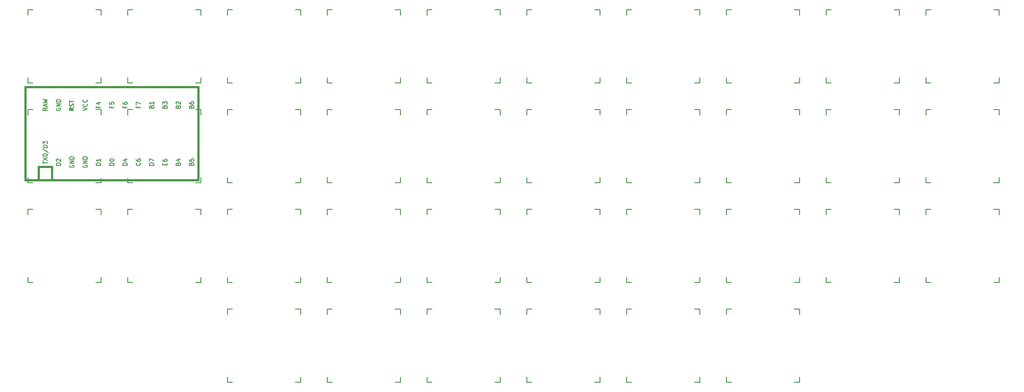
<source format=gto>
%TF.GenerationSoftware,KiCad,Pcbnew,(5.1.12-1-10_14)*%
%TF.CreationDate,2022-02-07T22:24:56-07:00*%
%TF.ProjectId,youwu36,796f7577-7533-4362-9e6b-696361645f70,rev?*%
%TF.SameCoordinates,Original*%
%TF.FileFunction,Legend,Top*%
%TF.FilePolarity,Positive*%
%FSLAX46Y46*%
G04 Gerber Fmt 4.6, Leading zero omitted, Abs format (unit mm)*
G04 Created by KiCad (PCBNEW (5.1.12-1-10_14)) date 2022-02-07 22:24:56*
%MOMM*%
%LPD*%
G01*
G04 APERTURE LIST*
%ADD10C,0.150000*%
%ADD11C,0.381000*%
%ADD12C,2.600000*%
%ADD13C,2.101800*%
%ADD14C,4.387800*%
%ADD15C,3.400000*%
%ADD16C,2.152600*%
G04 APERTURE END LIST*
D10*
%TO.C,SW23*%
X136900000Y-22318750D02*
X136900000Y-21318750D01*
X136900000Y-35318750D02*
X137900000Y-35318750D01*
X137900000Y-21318750D02*
X136900000Y-21318750D01*
X136900000Y-35318750D02*
X136900000Y-34318750D01*
X150900000Y-34318750D02*
X150900000Y-35318750D01*
X150900000Y-21318750D02*
X149900000Y-21318750D01*
X149900000Y-35318750D02*
X150900000Y-35318750D01*
X150900000Y-21318750D02*
X150900000Y-22318750D01*
%TO.C,SW36*%
X194050000Y-60418750D02*
X194050000Y-59418750D01*
X194050000Y-73418750D02*
X195050000Y-73418750D01*
X195050000Y-59418750D02*
X194050000Y-59418750D01*
X194050000Y-73418750D02*
X194050000Y-72418750D01*
X208050000Y-72418750D02*
X208050000Y-73418750D01*
X208050000Y-59418750D02*
X207050000Y-59418750D01*
X207050000Y-73418750D02*
X208050000Y-73418750D01*
X208050000Y-59418750D02*
X208050000Y-60418750D01*
%TO.C,SW35*%
X194050000Y-41368750D02*
X194050000Y-40368750D01*
X194050000Y-54368750D02*
X195050000Y-54368750D01*
X195050000Y-40368750D02*
X194050000Y-40368750D01*
X194050000Y-54368750D02*
X194050000Y-53368750D01*
X208050000Y-53368750D02*
X208050000Y-54368750D01*
X208050000Y-40368750D02*
X207050000Y-40368750D01*
X207050000Y-54368750D02*
X208050000Y-54368750D01*
X208050000Y-40368750D02*
X208050000Y-41368750D01*
%TO.C,SW24*%
X136900000Y-41368750D02*
X136900000Y-40368750D01*
X136900000Y-54368750D02*
X137900000Y-54368750D01*
X137900000Y-40368750D02*
X136900000Y-40368750D01*
X136900000Y-54368750D02*
X136900000Y-53368750D01*
X150900000Y-53368750D02*
X150900000Y-54368750D01*
X150900000Y-40368750D02*
X149900000Y-40368750D01*
X149900000Y-54368750D02*
X150900000Y-54368750D01*
X150900000Y-40368750D02*
X150900000Y-41368750D01*
%TO.C,SW25*%
X136900000Y-60418750D02*
X136900000Y-59418750D01*
X136900000Y-73418750D02*
X137900000Y-73418750D01*
X137900000Y-59418750D02*
X136900000Y-59418750D01*
X136900000Y-73418750D02*
X136900000Y-72418750D01*
X150900000Y-72418750D02*
X150900000Y-73418750D01*
X150900000Y-59418750D02*
X149900000Y-59418750D01*
X149900000Y-73418750D02*
X150900000Y-73418750D01*
X150900000Y-59418750D02*
X150900000Y-60418750D01*
%TO.C,SW26*%
X136900000Y-79468750D02*
X136900000Y-78468750D01*
X136900000Y-92468750D02*
X137900000Y-92468750D01*
X137900000Y-78468750D02*
X136900000Y-78468750D01*
X136900000Y-92468750D02*
X136900000Y-91468750D01*
X150900000Y-91468750D02*
X150900000Y-92468750D01*
X150900000Y-78468750D02*
X149900000Y-78468750D01*
X149900000Y-92468750D02*
X150900000Y-92468750D01*
X150900000Y-78468750D02*
X150900000Y-79468750D01*
%TO.C,SW27*%
X155950000Y-22318750D02*
X155950000Y-21318750D01*
X155950000Y-35318750D02*
X156950000Y-35318750D01*
X156950000Y-21318750D02*
X155950000Y-21318750D01*
X155950000Y-35318750D02*
X155950000Y-34318750D01*
X169950000Y-34318750D02*
X169950000Y-35318750D01*
X169950000Y-21318750D02*
X168950000Y-21318750D01*
X168950000Y-35318750D02*
X169950000Y-35318750D01*
X169950000Y-21318750D02*
X169950000Y-22318750D01*
%TO.C,SW28*%
X155950000Y-41368750D02*
X155950000Y-40368750D01*
X155950000Y-54368750D02*
X156950000Y-54368750D01*
X156950000Y-40368750D02*
X155950000Y-40368750D01*
X155950000Y-54368750D02*
X155950000Y-53368750D01*
X169950000Y-53368750D02*
X169950000Y-54368750D01*
X169950000Y-40368750D02*
X168950000Y-40368750D01*
X168950000Y-54368750D02*
X169950000Y-54368750D01*
X169950000Y-40368750D02*
X169950000Y-41368750D01*
%TO.C,SW29*%
X155950000Y-60418750D02*
X155950000Y-59418750D01*
X155950000Y-73418750D02*
X156950000Y-73418750D01*
X156950000Y-59418750D02*
X155950000Y-59418750D01*
X155950000Y-73418750D02*
X155950000Y-72418750D01*
X169950000Y-72418750D02*
X169950000Y-73418750D01*
X169950000Y-59418750D02*
X168950000Y-59418750D01*
X168950000Y-73418750D02*
X169950000Y-73418750D01*
X169950000Y-59418750D02*
X169950000Y-60418750D01*
%TO.C,SW30*%
X155950000Y-79468750D02*
X155950000Y-78468750D01*
X155950000Y-92468750D02*
X156950000Y-92468750D01*
X156950000Y-78468750D02*
X155950000Y-78468750D01*
X155950000Y-92468750D02*
X155950000Y-91468750D01*
X169950000Y-91468750D02*
X169950000Y-92468750D01*
X169950000Y-78468750D02*
X168950000Y-78468750D01*
X168950000Y-92468750D02*
X169950000Y-92468750D01*
X169950000Y-78468750D02*
X169950000Y-79468750D01*
%TO.C,SW31*%
X175000000Y-22318750D02*
X175000000Y-21318750D01*
X175000000Y-35318750D02*
X176000000Y-35318750D01*
X176000000Y-21318750D02*
X175000000Y-21318750D01*
X175000000Y-35318750D02*
X175000000Y-34318750D01*
X189000000Y-34318750D02*
X189000000Y-35318750D01*
X189000000Y-21318750D02*
X188000000Y-21318750D01*
X188000000Y-35318750D02*
X189000000Y-35318750D01*
X189000000Y-21318750D02*
X189000000Y-22318750D01*
%TO.C,SW32*%
X175000000Y-41368750D02*
X175000000Y-40368750D01*
X175000000Y-54368750D02*
X176000000Y-54368750D01*
X176000000Y-40368750D02*
X175000000Y-40368750D01*
X175000000Y-54368750D02*
X175000000Y-53368750D01*
X189000000Y-53368750D02*
X189000000Y-54368750D01*
X189000000Y-40368750D02*
X188000000Y-40368750D01*
X188000000Y-54368750D02*
X189000000Y-54368750D01*
X189000000Y-40368750D02*
X189000000Y-41368750D01*
%TO.C,SW33*%
X175000000Y-60418750D02*
X175000000Y-59418750D01*
X175000000Y-73418750D02*
X176000000Y-73418750D01*
X176000000Y-59418750D02*
X175000000Y-59418750D01*
X175000000Y-73418750D02*
X175000000Y-72418750D01*
X189000000Y-72418750D02*
X189000000Y-73418750D01*
X189000000Y-59418750D02*
X188000000Y-59418750D01*
X188000000Y-73418750D02*
X189000000Y-73418750D01*
X189000000Y-59418750D02*
X189000000Y-60418750D01*
%TO.C,SW34*%
X194050000Y-22318750D02*
X194050000Y-21318750D01*
X194050000Y-35318750D02*
X195050000Y-35318750D01*
X195050000Y-21318750D02*
X194050000Y-21318750D01*
X194050000Y-35318750D02*
X194050000Y-34318750D01*
X208050000Y-34318750D02*
X208050000Y-35318750D01*
X208050000Y-21318750D02*
X207050000Y-21318750D01*
X207050000Y-35318750D02*
X208050000Y-35318750D01*
X208050000Y-21318750D02*
X208050000Y-22318750D01*
%TO.C,SW22*%
X117850000Y-79468750D02*
X117850000Y-78468750D01*
X117850000Y-92468750D02*
X118850000Y-92468750D01*
X118850000Y-78468750D02*
X117850000Y-78468750D01*
X117850000Y-92468750D02*
X117850000Y-91468750D01*
X131850000Y-91468750D02*
X131850000Y-92468750D01*
X131850000Y-78468750D02*
X130850000Y-78468750D01*
X130850000Y-92468750D02*
X131850000Y-92468750D01*
X131850000Y-78468750D02*
X131850000Y-79468750D01*
%TO.C,SW18*%
X98800000Y-79468750D02*
X98800000Y-78468750D01*
X98800000Y-92468750D02*
X99800000Y-92468750D01*
X99800000Y-78468750D02*
X98800000Y-78468750D01*
X98800000Y-92468750D02*
X98800000Y-91468750D01*
X112800000Y-91468750D02*
X112800000Y-92468750D01*
X112800000Y-78468750D02*
X111800000Y-78468750D01*
X111800000Y-92468750D02*
X112800000Y-92468750D01*
X112800000Y-78468750D02*
X112800000Y-79468750D01*
%TO.C,SW15*%
X98800000Y-22318750D02*
X98800000Y-21318750D01*
X98800000Y-35318750D02*
X99800000Y-35318750D01*
X99800000Y-21318750D02*
X98800000Y-21318750D01*
X98800000Y-35318750D02*
X98800000Y-34318750D01*
X112800000Y-34318750D02*
X112800000Y-35318750D01*
X112800000Y-21318750D02*
X111800000Y-21318750D01*
X111800000Y-35318750D02*
X112800000Y-35318750D01*
X112800000Y-21318750D02*
X112800000Y-22318750D01*
%TO.C,SW13*%
X79750000Y-60418750D02*
X79750000Y-59418750D01*
X79750000Y-73418750D02*
X80750000Y-73418750D01*
X80750000Y-59418750D02*
X79750000Y-59418750D01*
X79750000Y-73418750D02*
X79750000Y-72418750D01*
X93750000Y-72418750D02*
X93750000Y-73418750D01*
X93750000Y-59418750D02*
X92750000Y-59418750D01*
X92750000Y-73418750D02*
X93750000Y-73418750D01*
X93750000Y-59418750D02*
X93750000Y-60418750D01*
%TO.C,SW11*%
X79750000Y-22318750D02*
X79750000Y-21318750D01*
X79750000Y-35318750D02*
X80750000Y-35318750D01*
X80750000Y-21318750D02*
X79750000Y-21318750D01*
X79750000Y-35318750D02*
X79750000Y-34318750D01*
X93750000Y-34318750D02*
X93750000Y-35318750D01*
X93750000Y-21318750D02*
X92750000Y-21318750D01*
X92750000Y-35318750D02*
X93750000Y-35318750D01*
X93750000Y-21318750D02*
X93750000Y-22318750D01*
%TO.C,SW14*%
X79750000Y-79468750D02*
X79750000Y-78468750D01*
X79750000Y-92468750D02*
X80750000Y-92468750D01*
X80750000Y-78468750D02*
X79750000Y-78468750D01*
X79750000Y-92468750D02*
X79750000Y-91468750D01*
X93750000Y-91468750D02*
X93750000Y-92468750D01*
X93750000Y-78468750D02*
X92750000Y-78468750D01*
X92750000Y-92468750D02*
X93750000Y-92468750D01*
X93750000Y-78468750D02*
X93750000Y-79468750D01*
%TO.C,SW17*%
X98800000Y-60418750D02*
X98800000Y-59418750D01*
X98800000Y-73418750D02*
X99800000Y-73418750D01*
X99800000Y-59418750D02*
X98800000Y-59418750D01*
X98800000Y-73418750D02*
X98800000Y-72418750D01*
X112800000Y-72418750D02*
X112800000Y-73418750D01*
X112800000Y-59418750D02*
X111800000Y-59418750D01*
X111800000Y-73418750D02*
X112800000Y-73418750D01*
X112800000Y-59418750D02*
X112800000Y-60418750D01*
%TO.C,SW12*%
X79750000Y-41368750D02*
X79750000Y-40368750D01*
X79750000Y-54368750D02*
X80750000Y-54368750D01*
X80750000Y-40368750D02*
X79750000Y-40368750D01*
X79750000Y-54368750D02*
X79750000Y-53368750D01*
X93750000Y-53368750D02*
X93750000Y-54368750D01*
X93750000Y-40368750D02*
X92750000Y-40368750D01*
X92750000Y-54368750D02*
X93750000Y-54368750D01*
X93750000Y-40368750D02*
X93750000Y-41368750D01*
%TO.C,SW16*%
X98800000Y-41368750D02*
X98800000Y-40368750D01*
X98800000Y-54368750D02*
X99800000Y-54368750D01*
X99800000Y-40368750D02*
X98800000Y-40368750D01*
X98800000Y-54368750D02*
X98800000Y-53368750D01*
X112800000Y-53368750D02*
X112800000Y-54368750D01*
X112800000Y-40368750D02*
X111800000Y-40368750D01*
X111800000Y-54368750D02*
X112800000Y-54368750D01*
X112800000Y-40368750D02*
X112800000Y-41368750D01*
%TO.C,SW19*%
X117850000Y-22318750D02*
X117850000Y-21318750D01*
X117850000Y-35318750D02*
X118850000Y-35318750D01*
X118850000Y-21318750D02*
X117850000Y-21318750D01*
X117850000Y-35318750D02*
X117850000Y-34318750D01*
X131850000Y-34318750D02*
X131850000Y-35318750D01*
X131850000Y-21318750D02*
X130850000Y-21318750D01*
X130850000Y-35318750D02*
X131850000Y-35318750D01*
X131850000Y-21318750D02*
X131850000Y-22318750D01*
%TO.C,SW20*%
X117850000Y-41368750D02*
X117850000Y-40368750D01*
X117850000Y-54368750D02*
X118850000Y-54368750D01*
X118850000Y-40368750D02*
X117850000Y-40368750D01*
X117850000Y-54368750D02*
X117850000Y-53368750D01*
X131850000Y-53368750D02*
X131850000Y-54368750D01*
X131850000Y-40368750D02*
X130850000Y-40368750D01*
X130850000Y-54368750D02*
X131850000Y-54368750D01*
X131850000Y-40368750D02*
X131850000Y-41368750D01*
%TO.C,SW21*%
X117850000Y-60418750D02*
X117850000Y-59418750D01*
X117850000Y-73418750D02*
X118850000Y-73418750D01*
X118850000Y-59418750D02*
X117850000Y-59418750D01*
X117850000Y-73418750D02*
X117850000Y-72418750D01*
X131850000Y-72418750D02*
X131850000Y-73418750D01*
X131850000Y-59418750D02*
X130850000Y-59418750D01*
X130850000Y-73418750D02*
X131850000Y-73418750D01*
X131850000Y-59418750D02*
X131850000Y-60418750D01*
D11*
%TO.C,U1*%
X24678750Y-53877500D02*
X55158750Y-53877500D01*
X55158750Y-53877500D02*
X55158750Y-36097500D01*
X55158750Y-36097500D02*
X24678750Y-36097500D01*
X24678750Y-51337500D02*
X27218750Y-51337500D01*
X27218750Y-51337500D02*
X27218750Y-53877500D01*
D10*
G36*
X30558110Y-40055932D02*
G01*
X30858110Y-40055932D01*
X30858110Y-40155932D01*
X30558110Y-40155932D01*
X30558110Y-40055932D01*
G37*
X30558110Y-40055932D02*
X30858110Y-40055932D01*
X30858110Y-40155932D01*
X30558110Y-40155932D01*
X30558110Y-40055932D01*
G36*
X30958110Y-40255932D02*
G01*
X31058110Y-40255932D01*
X31058110Y-40355932D01*
X30958110Y-40355932D01*
X30958110Y-40255932D01*
G37*
X30958110Y-40255932D02*
X31058110Y-40255932D01*
X31058110Y-40355932D01*
X30958110Y-40355932D01*
X30958110Y-40255932D01*
G36*
X30558110Y-40055932D02*
G01*
X30658110Y-40055932D01*
X30658110Y-40555932D01*
X30558110Y-40555932D01*
X30558110Y-40055932D01*
G37*
X30558110Y-40055932D02*
X30658110Y-40055932D01*
X30658110Y-40555932D01*
X30558110Y-40555932D01*
X30558110Y-40055932D01*
G36*
X30558110Y-40455932D02*
G01*
X31358110Y-40455932D01*
X31358110Y-40555932D01*
X30558110Y-40555932D01*
X30558110Y-40455932D01*
G37*
X30558110Y-40455932D02*
X31358110Y-40455932D01*
X31358110Y-40555932D01*
X30558110Y-40555932D01*
X30558110Y-40455932D01*
G36*
X31158110Y-40055932D02*
G01*
X31358110Y-40055932D01*
X31358110Y-40155932D01*
X31158110Y-40155932D01*
X31158110Y-40055932D01*
G37*
X31158110Y-40055932D02*
X31358110Y-40055932D01*
X31358110Y-40155932D01*
X31158110Y-40155932D01*
X31158110Y-40055932D01*
D11*
X24678750Y-36097500D02*
X22138750Y-36097500D01*
X22138750Y-36097500D02*
X22138750Y-53877500D01*
X22138750Y-53877500D02*
X24678750Y-53877500D01*
X24678750Y-51337500D02*
X24678750Y-53877500D01*
D10*
%TO.C,SW10*%
X60700000Y-79468750D02*
X60700000Y-78468750D01*
X60700000Y-92468750D02*
X61700000Y-92468750D01*
X61700000Y-78468750D02*
X60700000Y-78468750D01*
X60700000Y-92468750D02*
X60700000Y-91468750D01*
X74700000Y-91468750D02*
X74700000Y-92468750D01*
X74700000Y-78468750D02*
X73700000Y-78468750D01*
X73700000Y-92468750D02*
X74700000Y-92468750D01*
X74700000Y-78468750D02*
X74700000Y-79468750D01*
%TO.C,SW9*%
X60700000Y-60418750D02*
X60700000Y-59418750D01*
X60700000Y-73418750D02*
X61700000Y-73418750D01*
X61700000Y-59418750D02*
X60700000Y-59418750D01*
X60700000Y-73418750D02*
X60700000Y-72418750D01*
X74700000Y-72418750D02*
X74700000Y-73418750D01*
X74700000Y-59418750D02*
X73700000Y-59418750D01*
X73700000Y-73418750D02*
X74700000Y-73418750D01*
X74700000Y-59418750D02*
X74700000Y-60418750D01*
%TO.C,SW8*%
X60700000Y-41368750D02*
X60700000Y-40368750D01*
X60700000Y-54368750D02*
X61700000Y-54368750D01*
X61700000Y-40368750D02*
X60700000Y-40368750D01*
X60700000Y-54368750D02*
X60700000Y-53368750D01*
X74700000Y-53368750D02*
X74700000Y-54368750D01*
X74700000Y-40368750D02*
X73700000Y-40368750D01*
X73700000Y-54368750D02*
X74700000Y-54368750D01*
X74700000Y-40368750D02*
X74700000Y-41368750D01*
%TO.C,SW7*%
X60700000Y-22318750D02*
X60700000Y-21318750D01*
X60700000Y-35318750D02*
X61700000Y-35318750D01*
X61700000Y-21318750D02*
X60700000Y-21318750D01*
X60700000Y-35318750D02*
X60700000Y-34318750D01*
X74700000Y-34318750D02*
X74700000Y-35318750D01*
X74700000Y-21318750D02*
X73700000Y-21318750D01*
X73700000Y-35318750D02*
X74700000Y-35318750D01*
X74700000Y-21318750D02*
X74700000Y-22318750D01*
%TO.C,SW6*%
X41650000Y-60418750D02*
X41650000Y-59418750D01*
X41650000Y-73418750D02*
X42650000Y-73418750D01*
X42650000Y-59418750D02*
X41650000Y-59418750D01*
X41650000Y-73418750D02*
X41650000Y-72418750D01*
X55650000Y-72418750D02*
X55650000Y-73418750D01*
X55650000Y-59418750D02*
X54650000Y-59418750D01*
X54650000Y-73418750D02*
X55650000Y-73418750D01*
X55650000Y-59418750D02*
X55650000Y-60418750D01*
%TO.C,SW5*%
X41650000Y-41368750D02*
X41650000Y-40368750D01*
X41650000Y-54368750D02*
X42650000Y-54368750D01*
X42650000Y-40368750D02*
X41650000Y-40368750D01*
X41650000Y-54368750D02*
X41650000Y-53368750D01*
X55650000Y-53368750D02*
X55650000Y-54368750D01*
X55650000Y-40368750D02*
X54650000Y-40368750D01*
X54650000Y-54368750D02*
X55650000Y-54368750D01*
X55650000Y-40368750D02*
X55650000Y-41368750D01*
%TO.C,SW4*%
X41650000Y-22318750D02*
X41650000Y-21318750D01*
X41650000Y-35318750D02*
X42650000Y-35318750D01*
X42650000Y-21318750D02*
X41650000Y-21318750D01*
X41650000Y-35318750D02*
X41650000Y-34318750D01*
X55650000Y-34318750D02*
X55650000Y-35318750D01*
X55650000Y-21318750D02*
X54650000Y-21318750D01*
X54650000Y-35318750D02*
X55650000Y-35318750D01*
X55650000Y-21318750D02*
X55650000Y-22318750D01*
%TO.C,SW3*%
X22600000Y-60418750D02*
X22600000Y-59418750D01*
X22600000Y-73418750D02*
X23600000Y-73418750D01*
X23600000Y-59418750D02*
X22600000Y-59418750D01*
X22600000Y-73418750D02*
X22600000Y-72418750D01*
X36600000Y-72418750D02*
X36600000Y-73418750D01*
X36600000Y-59418750D02*
X35600000Y-59418750D01*
X35600000Y-73418750D02*
X36600000Y-73418750D01*
X36600000Y-59418750D02*
X36600000Y-60418750D01*
%TO.C,SW2*%
X22600000Y-41368750D02*
X22600000Y-40368750D01*
X22600000Y-54368750D02*
X23600000Y-54368750D01*
X23600000Y-40368750D02*
X22600000Y-40368750D01*
X22600000Y-54368750D02*
X22600000Y-53368750D01*
X36600000Y-53368750D02*
X36600000Y-54368750D01*
X36600000Y-40368750D02*
X35600000Y-40368750D01*
X35600000Y-54368750D02*
X36600000Y-54368750D01*
X36600000Y-40368750D02*
X36600000Y-41368750D01*
%TO.C,SW1*%
X22600000Y-22318750D02*
X22600000Y-21318750D01*
X22600000Y-35318750D02*
X23600000Y-35318750D01*
X23600000Y-21318750D02*
X22600000Y-21318750D01*
X22600000Y-35318750D02*
X22600000Y-34318750D01*
X36600000Y-34318750D02*
X36600000Y-35318750D01*
X36600000Y-21318750D02*
X35600000Y-21318750D01*
X35600000Y-35318750D02*
X36600000Y-35318750D01*
X36600000Y-21318750D02*
X36600000Y-22318750D01*
%TO.C,U1*%
X25510654Y-50749848D02*
X25510654Y-50292705D01*
X26310654Y-50521276D02*
X25510654Y-50521276D01*
X25510654Y-50102229D02*
X26310654Y-49568895D01*
X25510654Y-49568895D02*
X26310654Y-50102229D01*
X25510654Y-49111752D02*
X25510654Y-49035562D01*
X25548750Y-48959372D01*
X25586845Y-48921276D01*
X25663035Y-48883181D01*
X25815416Y-48845086D01*
X26005892Y-48845086D01*
X26158273Y-48883181D01*
X26234464Y-48921276D01*
X26272559Y-48959372D01*
X26310654Y-49035562D01*
X26310654Y-49111752D01*
X26272559Y-49187943D01*
X26234464Y-49226038D01*
X26158273Y-49264133D01*
X26005892Y-49302229D01*
X25815416Y-49302229D01*
X25663035Y-49264133D01*
X25586845Y-49226038D01*
X25548750Y-49187943D01*
X25510654Y-49111752D01*
X25472559Y-47930800D02*
X26501130Y-48616514D01*
X26310654Y-47664133D02*
X25510654Y-47664133D01*
X25510654Y-47473657D01*
X25548750Y-47359372D01*
X25624940Y-47283181D01*
X25701130Y-47245086D01*
X25853511Y-47206991D01*
X25967797Y-47206991D01*
X26120178Y-47245086D01*
X26196369Y-47283181D01*
X26272559Y-47359372D01*
X26310654Y-47473657D01*
X26310654Y-47664133D01*
X25510654Y-46940324D02*
X25510654Y-46445086D01*
X25815416Y-46711752D01*
X25815416Y-46597467D01*
X25853511Y-46521276D01*
X25891607Y-46483181D01*
X25967797Y-46445086D01*
X26158273Y-46445086D01*
X26234464Y-46483181D01*
X26272559Y-46521276D01*
X26310654Y-46597467D01*
X26310654Y-46826038D01*
X26272559Y-46902229D01*
X26234464Y-46940324D01*
X28850654Y-51038976D02*
X28050654Y-51038976D01*
X28050654Y-50848500D01*
X28088750Y-50734214D01*
X28164940Y-50658023D01*
X28241130Y-50619928D01*
X28393511Y-50581833D01*
X28507797Y-50581833D01*
X28660178Y-50619928D01*
X28736369Y-50658023D01*
X28812559Y-50734214D01*
X28850654Y-50848500D01*
X28850654Y-51038976D01*
X28126845Y-50277071D02*
X28088750Y-50238976D01*
X28050654Y-50162785D01*
X28050654Y-49972309D01*
X28088750Y-49896119D01*
X28126845Y-49858023D01*
X28203035Y-49819928D01*
X28279226Y-49819928D01*
X28393511Y-49858023D01*
X28850654Y-50315166D01*
X28850654Y-49819928D01*
X39010654Y-51038976D02*
X38210654Y-51038976D01*
X38210654Y-50848500D01*
X38248750Y-50734214D01*
X38324940Y-50658023D01*
X38401130Y-50619928D01*
X38553511Y-50581833D01*
X38667797Y-50581833D01*
X38820178Y-50619928D01*
X38896369Y-50658023D01*
X38972559Y-50734214D01*
X39010654Y-50848500D01*
X39010654Y-51038976D01*
X38210654Y-50086595D02*
X38210654Y-50010404D01*
X38248750Y-49934214D01*
X38286845Y-49896119D01*
X38363035Y-49858023D01*
X38515416Y-49819928D01*
X38705892Y-49819928D01*
X38858273Y-49858023D01*
X38934464Y-49896119D01*
X38972559Y-49934214D01*
X39010654Y-50010404D01*
X39010654Y-50086595D01*
X38972559Y-50162785D01*
X38934464Y-50200880D01*
X38858273Y-50238976D01*
X38705892Y-50277071D01*
X38515416Y-50277071D01*
X38363035Y-50238976D01*
X38286845Y-50200880D01*
X38248750Y-50162785D01*
X38210654Y-50086595D01*
X36470654Y-51038976D02*
X35670654Y-51038976D01*
X35670654Y-50848500D01*
X35708750Y-50734214D01*
X35784940Y-50658023D01*
X35861130Y-50619928D01*
X36013511Y-50581833D01*
X36127797Y-50581833D01*
X36280178Y-50619928D01*
X36356369Y-50658023D01*
X36432559Y-50734214D01*
X36470654Y-50848500D01*
X36470654Y-51038976D01*
X36470654Y-49819928D02*
X36470654Y-50277071D01*
X36470654Y-50048500D02*
X35670654Y-50048500D01*
X35784940Y-50124690D01*
X35861130Y-50200880D01*
X35899226Y-50277071D01*
X33168750Y-51058023D02*
X33130654Y-51134214D01*
X33130654Y-51248500D01*
X33168750Y-51362785D01*
X33244940Y-51438976D01*
X33321130Y-51477071D01*
X33473511Y-51515166D01*
X33587797Y-51515166D01*
X33740178Y-51477071D01*
X33816369Y-51438976D01*
X33892559Y-51362785D01*
X33930654Y-51248500D01*
X33930654Y-51172309D01*
X33892559Y-51058023D01*
X33854464Y-51019928D01*
X33587797Y-51019928D01*
X33587797Y-51172309D01*
X33930654Y-50677071D02*
X33130654Y-50677071D01*
X33930654Y-50219928D01*
X33130654Y-50219928D01*
X33930654Y-49838976D02*
X33130654Y-49838976D01*
X33130654Y-49648500D01*
X33168750Y-49534214D01*
X33244940Y-49458023D01*
X33321130Y-49419928D01*
X33473511Y-49381833D01*
X33587797Y-49381833D01*
X33740178Y-49419928D01*
X33816369Y-49458023D01*
X33892559Y-49534214D01*
X33930654Y-49648500D01*
X33930654Y-49838976D01*
X30628750Y-51058023D02*
X30590654Y-51134214D01*
X30590654Y-51248500D01*
X30628750Y-51362785D01*
X30704940Y-51438976D01*
X30781130Y-51477071D01*
X30933511Y-51515166D01*
X31047797Y-51515166D01*
X31200178Y-51477071D01*
X31276369Y-51438976D01*
X31352559Y-51362785D01*
X31390654Y-51248500D01*
X31390654Y-51172309D01*
X31352559Y-51058023D01*
X31314464Y-51019928D01*
X31047797Y-51019928D01*
X31047797Y-51172309D01*
X31390654Y-50677071D02*
X30590654Y-50677071D01*
X31390654Y-50219928D01*
X30590654Y-50219928D01*
X31390654Y-49838976D02*
X30590654Y-49838976D01*
X30590654Y-49648500D01*
X30628750Y-49534214D01*
X30704940Y-49458023D01*
X30781130Y-49419928D01*
X30933511Y-49381833D01*
X31047797Y-49381833D01*
X31200178Y-49419928D01*
X31276369Y-49458023D01*
X31352559Y-49534214D01*
X31390654Y-49648500D01*
X31390654Y-49838976D01*
X41550654Y-51038976D02*
X40750654Y-51038976D01*
X40750654Y-50848500D01*
X40788750Y-50734214D01*
X40864940Y-50658023D01*
X40941130Y-50619928D01*
X41093511Y-50581833D01*
X41207797Y-50581833D01*
X41360178Y-50619928D01*
X41436369Y-50658023D01*
X41512559Y-50734214D01*
X41550654Y-50848500D01*
X41550654Y-51038976D01*
X41017321Y-49896119D02*
X41550654Y-49896119D01*
X40712559Y-50086595D02*
X41283988Y-50277071D01*
X41283988Y-49781833D01*
X44014464Y-50581833D02*
X44052559Y-50619928D01*
X44090654Y-50734214D01*
X44090654Y-50810404D01*
X44052559Y-50924690D01*
X43976369Y-51000880D01*
X43900178Y-51038976D01*
X43747797Y-51077071D01*
X43633511Y-51077071D01*
X43481130Y-51038976D01*
X43404940Y-51000880D01*
X43328750Y-50924690D01*
X43290654Y-50810404D01*
X43290654Y-50734214D01*
X43328750Y-50619928D01*
X43366845Y-50581833D01*
X43290654Y-49896119D02*
X43290654Y-50048500D01*
X43328750Y-50124690D01*
X43366845Y-50162785D01*
X43481130Y-50238976D01*
X43633511Y-50277071D01*
X43938273Y-50277071D01*
X44014464Y-50238976D01*
X44052559Y-50200880D01*
X44090654Y-50124690D01*
X44090654Y-49972309D01*
X44052559Y-49896119D01*
X44014464Y-49858023D01*
X43938273Y-49819928D01*
X43747797Y-49819928D01*
X43671607Y-49858023D01*
X43633511Y-49896119D01*
X43595416Y-49972309D01*
X43595416Y-50124690D01*
X43633511Y-50200880D01*
X43671607Y-50238976D01*
X43747797Y-50277071D01*
X46630654Y-51038976D02*
X45830654Y-51038976D01*
X45830654Y-50848500D01*
X45868750Y-50734214D01*
X45944940Y-50658023D01*
X46021130Y-50619928D01*
X46173511Y-50581833D01*
X46287797Y-50581833D01*
X46440178Y-50619928D01*
X46516369Y-50658023D01*
X46592559Y-50734214D01*
X46630654Y-50848500D01*
X46630654Y-51038976D01*
X45830654Y-50315166D02*
X45830654Y-49781833D01*
X46630654Y-50124690D01*
X48751607Y-51000880D02*
X48751607Y-50734214D01*
X49170654Y-50619928D02*
X49170654Y-51000880D01*
X48370654Y-51000880D01*
X48370654Y-50619928D01*
X48370654Y-49934214D02*
X48370654Y-50086595D01*
X48408750Y-50162785D01*
X48446845Y-50200880D01*
X48561130Y-50277071D01*
X48713511Y-50315166D01*
X49018273Y-50315166D01*
X49094464Y-50277071D01*
X49132559Y-50238976D01*
X49170654Y-50162785D01*
X49170654Y-50010404D01*
X49132559Y-49934214D01*
X49094464Y-49896119D01*
X49018273Y-49858023D01*
X48827797Y-49858023D01*
X48751607Y-49896119D01*
X48713511Y-49934214D01*
X48675416Y-50010404D01*
X48675416Y-50162785D01*
X48713511Y-50238976D01*
X48751607Y-50277071D01*
X48827797Y-50315166D01*
X51291607Y-50772309D02*
X51329702Y-50658023D01*
X51367797Y-50619928D01*
X51443988Y-50581833D01*
X51558273Y-50581833D01*
X51634464Y-50619928D01*
X51672559Y-50658023D01*
X51710654Y-50734214D01*
X51710654Y-51038976D01*
X50910654Y-51038976D01*
X50910654Y-50772309D01*
X50948750Y-50696119D01*
X50986845Y-50658023D01*
X51063035Y-50619928D01*
X51139226Y-50619928D01*
X51215416Y-50658023D01*
X51253511Y-50696119D01*
X51291607Y-50772309D01*
X51291607Y-51038976D01*
X51177321Y-49896119D02*
X51710654Y-49896119D01*
X50872559Y-50086595D02*
X51443988Y-50277071D01*
X51443988Y-49781833D01*
X53831607Y-50772309D02*
X53869702Y-50658023D01*
X53907797Y-50619928D01*
X53983988Y-50581833D01*
X54098273Y-50581833D01*
X54174464Y-50619928D01*
X54212559Y-50658023D01*
X54250654Y-50734214D01*
X54250654Y-51038976D01*
X53450654Y-51038976D01*
X53450654Y-50772309D01*
X53488750Y-50696119D01*
X53526845Y-50658023D01*
X53603035Y-50619928D01*
X53679226Y-50619928D01*
X53755416Y-50658023D01*
X53793511Y-50696119D01*
X53831607Y-50772309D01*
X53831607Y-51038976D01*
X53450654Y-49858023D02*
X53450654Y-50238976D01*
X53831607Y-50277071D01*
X53793511Y-50238976D01*
X53755416Y-50162785D01*
X53755416Y-49972309D01*
X53793511Y-49896119D01*
X53831607Y-49858023D01*
X53907797Y-49819928D01*
X54098273Y-49819928D01*
X54174464Y-49858023D01*
X54212559Y-49896119D01*
X54250654Y-49972309D01*
X54250654Y-50162785D01*
X54212559Y-50238976D01*
X54174464Y-50277071D01*
X53831607Y-39850309D02*
X53869702Y-39736023D01*
X53907797Y-39697928D01*
X53983988Y-39659833D01*
X54098273Y-39659833D01*
X54174464Y-39697928D01*
X54212559Y-39736023D01*
X54250654Y-39812214D01*
X54250654Y-40116976D01*
X53450654Y-40116976D01*
X53450654Y-39850309D01*
X53488750Y-39774119D01*
X53526845Y-39736023D01*
X53603035Y-39697928D01*
X53679226Y-39697928D01*
X53755416Y-39736023D01*
X53793511Y-39774119D01*
X53831607Y-39850309D01*
X53831607Y-40116976D01*
X53450654Y-38974119D02*
X53450654Y-39126500D01*
X53488750Y-39202690D01*
X53526845Y-39240785D01*
X53641130Y-39316976D01*
X53793511Y-39355071D01*
X54098273Y-39355071D01*
X54174464Y-39316976D01*
X54212559Y-39278880D01*
X54250654Y-39202690D01*
X54250654Y-39050309D01*
X54212559Y-38974119D01*
X54174464Y-38936023D01*
X54098273Y-38897928D01*
X53907797Y-38897928D01*
X53831607Y-38936023D01*
X53793511Y-38974119D01*
X53755416Y-39050309D01*
X53755416Y-39202690D01*
X53793511Y-39278880D01*
X53831607Y-39316976D01*
X53907797Y-39355071D01*
X48751607Y-39850309D02*
X48789702Y-39736023D01*
X48827797Y-39697928D01*
X48903988Y-39659833D01*
X49018273Y-39659833D01*
X49094464Y-39697928D01*
X49132559Y-39736023D01*
X49170654Y-39812214D01*
X49170654Y-40116976D01*
X48370654Y-40116976D01*
X48370654Y-39850309D01*
X48408750Y-39774119D01*
X48446845Y-39736023D01*
X48523035Y-39697928D01*
X48599226Y-39697928D01*
X48675416Y-39736023D01*
X48713511Y-39774119D01*
X48751607Y-39850309D01*
X48751607Y-40116976D01*
X48370654Y-39393166D02*
X48370654Y-38897928D01*
X48675416Y-39164595D01*
X48675416Y-39050309D01*
X48713511Y-38974119D01*
X48751607Y-38936023D01*
X48827797Y-38897928D01*
X49018273Y-38897928D01*
X49094464Y-38936023D01*
X49132559Y-38974119D01*
X49170654Y-39050309D01*
X49170654Y-39278880D01*
X49132559Y-39355071D01*
X49094464Y-39393166D01*
X46211607Y-39850309D02*
X46249702Y-39736023D01*
X46287797Y-39697928D01*
X46363988Y-39659833D01*
X46478273Y-39659833D01*
X46554464Y-39697928D01*
X46592559Y-39736023D01*
X46630654Y-39812214D01*
X46630654Y-40116976D01*
X45830654Y-40116976D01*
X45830654Y-39850309D01*
X45868750Y-39774119D01*
X45906845Y-39736023D01*
X45983035Y-39697928D01*
X46059226Y-39697928D01*
X46135416Y-39736023D01*
X46173511Y-39774119D01*
X46211607Y-39850309D01*
X46211607Y-40116976D01*
X46630654Y-38897928D02*
X46630654Y-39355071D01*
X46630654Y-39126500D02*
X45830654Y-39126500D01*
X45944940Y-39202690D01*
X46021130Y-39278880D01*
X46059226Y-39355071D01*
X36051607Y-39793166D02*
X36051607Y-40059833D01*
X36470654Y-40059833D02*
X35670654Y-40059833D01*
X35670654Y-39678880D01*
X35937321Y-39031261D02*
X36470654Y-39031261D01*
X35632559Y-39221738D02*
X36203988Y-39412214D01*
X36203988Y-38916976D01*
X33130654Y-40593166D02*
X33930654Y-40326500D01*
X33130654Y-40059833D01*
X33854464Y-39336023D02*
X33892559Y-39374119D01*
X33930654Y-39488404D01*
X33930654Y-39564595D01*
X33892559Y-39678880D01*
X33816369Y-39755071D01*
X33740178Y-39793166D01*
X33587797Y-39831261D01*
X33473511Y-39831261D01*
X33321130Y-39793166D01*
X33244940Y-39755071D01*
X33168750Y-39678880D01*
X33130654Y-39564595D01*
X33130654Y-39488404D01*
X33168750Y-39374119D01*
X33206845Y-39336023D01*
X33854464Y-38536023D02*
X33892559Y-38574119D01*
X33930654Y-38688404D01*
X33930654Y-38764595D01*
X33892559Y-38878880D01*
X33816369Y-38955071D01*
X33740178Y-38993166D01*
X33587797Y-39031261D01*
X33473511Y-39031261D01*
X33321130Y-38993166D01*
X33244940Y-38955071D01*
X33168750Y-38878880D01*
X33130654Y-38764595D01*
X33130654Y-38688404D01*
X33168750Y-38574119D01*
X33206845Y-38536023D01*
X31322559Y-39787713D02*
X31360654Y-39673427D01*
X31360654Y-39482951D01*
X31322559Y-39406760D01*
X31284464Y-39368665D01*
X31208273Y-39330570D01*
X31132083Y-39330570D01*
X31055892Y-39368665D01*
X31017797Y-39406760D01*
X30979702Y-39482951D01*
X30941607Y-39635332D01*
X30903511Y-39711522D01*
X30865416Y-39749618D01*
X30789226Y-39787713D01*
X30713035Y-39787713D01*
X30636845Y-39749618D01*
X30598750Y-39711522D01*
X30560654Y-39635332D01*
X30560654Y-39444856D01*
X30598750Y-39330570D01*
X30560654Y-39101999D02*
X30560654Y-38644856D01*
X31360654Y-38873427D02*
X30560654Y-38873427D01*
X28088750Y-40136023D02*
X28050654Y-40212214D01*
X28050654Y-40326500D01*
X28088750Y-40440785D01*
X28164940Y-40516976D01*
X28241130Y-40555071D01*
X28393511Y-40593166D01*
X28507797Y-40593166D01*
X28660178Y-40555071D01*
X28736369Y-40516976D01*
X28812559Y-40440785D01*
X28850654Y-40326500D01*
X28850654Y-40250309D01*
X28812559Y-40136023D01*
X28774464Y-40097928D01*
X28507797Y-40097928D01*
X28507797Y-40250309D01*
X28850654Y-39755071D02*
X28050654Y-39755071D01*
X28850654Y-39297928D01*
X28050654Y-39297928D01*
X28850654Y-38916976D02*
X28050654Y-38916976D01*
X28050654Y-38726500D01*
X28088750Y-38612214D01*
X28164940Y-38536023D01*
X28241130Y-38497928D01*
X28393511Y-38459833D01*
X28507797Y-38459833D01*
X28660178Y-38497928D01*
X28736369Y-38536023D01*
X28812559Y-38612214D01*
X28850654Y-38726500D01*
X28850654Y-38916976D01*
X26310654Y-40078880D02*
X25929702Y-40345547D01*
X26310654Y-40536023D02*
X25510654Y-40536023D01*
X25510654Y-40231261D01*
X25548750Y-40155071D01*
X25586845Y-40116976D01*
X25663035Y-40078880D01*
X25777321Y-40078880D01*
X25853511Y-40116976D01*
X25891607Y-40155071D01*
X25929702Y-40231261D01*
X25929702Y-40536023D01*
X26082083Y-39774119D02*
X26082083Y-39393166D01*
X26310654Y-39850309D02*
X25510654Y-39583642D01*
X26310654Y-39316976D01*
X25510654Y-39126500D02*
X26310654Y-38936023D01*
X25739226Y-38783642D01*
X26310654Y-38631261D01*
X25510654Y-38440785D01*
X38591607Y-39793166D02*
X38591607Y-40059833D01*
X39010654Y-40059833D02*
X38210654Y-40059833D01*
X38210654Y-39678880D01*
X38210654Y-38993166D02*
X38210654Y-39374119D01*
X38591607Y-39412214D01*
X38553511Y-39374119D01*
X38515416Y-39297928D01*
X38515416Y-39107452D01*
X38553511Y-39031261D01*
X38591607Y-38993166D01*
X38667797Y-38955071D01*
X38858273Y-38955071D01*
X38934464Y-38993166D01*
X38972559Y-39031261D01*
X39010654Y-39107452D01*
X39010654Y-39297928D01*
X38972559Y-39374119D01*
X38934464Y-39412214D01*
X41131607Y-39793166D02*
X41131607Y-40059833D01*
X41550654Y-40059833D02*
X40750654Y-40059833D01*
X40750654Y-39678880D01*
X40750654Y-39031261D02*
X40750654Y-39183642D01*
X40788750Y-39259833D01*
X40826845Y-39297928D01*
X40941130Y-39374119D01*
X41093511Y-39412214D01*
X41398273Y-39412214D01*
X41474464Y-39374119D01*
X41512559Y-39336023D01*
X41550654Y-39259833D01*
X41550654Y-39107452D01*
X41512559Y-39031261D01*
X41474464Y-38993166D01*
X41398273Y-38955071D01*
X41207797Y-38955071D01*
X41131607Y-38993166D01*
X41093511Y-39031261D01*
X41055416Y-39107452D01*
X41055416Y-39259833D01*
X41093511Y-39336023D01*
X41131607Y-39374119D01*
X41207797Y-39412214D01*
X43671607Y-39793166D02*
X43671607Y-40059833D01*
X44090654Y-40059833D02*
X43290654Y-40059833D01*
X43290654Y-39678880D01*
X43290654Y-39450309D02*
X43290654Y-38916976D01*
X44090654Y-39259833D01*
X51291607Y-39850309D02*
X51329702Y-39736023D01*
X51367797Y-39697928D01*
X51443988Y-39659833D01*
X51558273Y-39659833D01*
X51634464Y-39697928D01*
X51672559Y-39736023D01*
X51710654Y-39812214D01*
X51710654Y-40116976D01*
X50910654Y-40116976D01*
X50910654Y-39850309D01*
X50948750Y-39774119D01*
X50986845Y-39736023D01*
X51063035Y-39697928D01*
X51139226Y-39697928D01*
X51215416Y-39736023D01*
X51253511Y-39774119D01*
X51291607Y-39850309D01*
X51291607Y-40116976D01*
X50986845Y-39355071D02*
X50948750Y-39316976D01*
X50910654Y-39240785D01*
X50910654Y-39050309D01*
X50948750Y-38974119D01*
X50986845Y-38936023D01*
X51063035Y-38897928D01*
X51139226Y-38897928D01*
X51253511Y-38936023D01*
X51710654Y-39393166D01*
X51710654Y-38897928D01*
%TD*%
%LPC*%
D12*
%TO.C,REF\u002A\u002A*%
X191525000Y-56893750D03*
%TD*%
%TO.C,REF\u002A\u002A*%
X172475000Y-75943750D03*
%TD*%
%TO.C,REF\u002A\u002A*%
X172475000Y-37843750D03*
%TD*%
D13*
%TO.C,SW23*%
X138820000Y-28318750D03*
X148980000Y-28318750D03*
D14*
X143900000Y-28318750D03*
D15*
X140090000Y-25778750D03*
X146440000Y-23238750D03*
%TD*%
D13*
%TO.C,SW36*%
X195970000Y-66418750D03*
X206130000Y-66418750D03*
D14*
X201050000Y-66418750D03*
D15*
X197240000Y-63878750D03*
X203590000Y-61338750D03*
%TD*%
D13*
%TO.C,SW35*%
X195970000Y-47368750D03*
X206130000Y-47368750D03*
D14*
X201050000Y-47368750D03*
D15*
X197240000Y-44828750D03*
X203590000Y-42288750D03*
%TD*%
D13*
%TO.C,SW24*%
X138820000Y-47368750D03*
X148980000Y-47368750D03*
D14*
X143900000Y-47368750D03*
D15*
X140090000Y-44828750D03*
X146440000Y-42288750D03*
%TD*%
D13*
%TO.C,SW25*%
X138820000Y-66418750D03*
X148980000Y-66418750D03*
D14*
X143900000Y-66418750D03*
D15*
X140090000Y-63878750D03*
X146440000Y-61338750D03*
%TD*%
D13*
%TO.C,SW26*%
X138820000Y-85468750D03*
X148980000Y-85468750D03*
D14*
X143900000Y-85468750D03*
D15*
X140090000Y-82928750D03*
X146440000Y-80388750D03*
%TD*%
D13*
%TO.C,SW27*%
X157870000Y-28318750D03*
X168030000Y-28318750D03*
D14*
X162950000Y-28318750D03*
D15*
X159140000Y-25778750D03*
X165490000Y-23238750D03*
%TD*%
D13*
%TO.C,SW28*%
X157870000Y-47368750D03*
X168030000Y-47368750D03*
D14*
X162950000Y-47368750D03*
D15*
X159140000Y-44828750D03*
X165490000Y-42288750D03*
%TD*%
D13*
%TO.C,SW29*%
X157870000Y-66418750D03*
X168030000Y-66418750D03*
D14*
X162950000Y-66418750D03*
D15*
X159140000Y-63878750D03*
X165490000Y-61338750D03*
%TD*%
D13*
%TO.C,SW30*%
X157870000Y-85468750D03*
X168030000Y-85468750D03*
D14*
X162950000Y-85468750D03*
D15*
X159140000Y-82928750D03*
X165490000Y-80388750D03*
%TD*%
D13*
%TO.C,SW31*%
X176920000Y-28318750D03*
X187080000Y-28318750D03*
D14*
X182000000Y-28318750D03*
D15*
X178190000Y-25778750D03*
X184540000Y-23238750D03*
%TD*%
D13*
%TO.C,SW32*%
X176920000Y-47368750D03*
X187080000Y-47368750D03*
D14*
X182000000Y-47368750D03*
D15*
X178190000Y-44828750D03*
X184540000Y-42288750D03*
%TD*%
D13*
%TO.C,SW33*%
X176920000Y-66418750D03*
X187080000Y-66418750D03*
D14*
X182000000Y-66418750D03*
D15*
X178190000Y-63878750D03*
X184540000Y-61338750D03*
%TD*%
D13*
%TO.C,SW34*%
X195970000Y-28318750D03*
X206130000Y-28318750D03*
D14*
X201050000Y-28318750D03*
D15*
X197240000Y-25778750D03*
X203590000Y-23238750D03*
%TD*%
D13*
%TO.C,SW22*%
X119770000Y-85468750D03*
X129930000Y-85468750D03*
D14*
X124850000Y-85468750D03*
D15*
X121040000Y-82928750D03*
X127390000Y-80388750D03*
%TD*%
D13*
%TO.C,SW18*%
X100720000Y-85468750D03*
X110880000Y-85468750D03*
D14*
X105800000Y-85468750D03*
D15*
X101990000Y-82928750D03*
X108340000Y-80388750D03*
%TD*%
D13*
%TO.C,SW15*%
X100720000Y-28318750D03*
X110880000Y-28318750D03*
D14*
X105800000Y-28318750D03*
D15*
X101990000Y-25778750D03*
X108340000Y-23238750D03*
%TD*%
D13*
%TO.C,SW13*%
X81670000Y-66418750D03*
X91830000Y-66418750D03*
D14*
X86750000Y-66418750D03*
D15*
X82940000Y-63878750D03*
X89290000Y-61338750D03*
%TD*%
D13*
%TO.C,SW11*%
X81670000Y-28318750D03*
X91830000Y-28318750D03*
D14*
X86750000Y-28318750D03*
D15*
X82940000Y-25778750D03*
X89290000Y-23238750D03*
%TD*%
D13*
%TO.C,SW14*%
X81670000Y-85468750D03*
X91830000Y-85468750D03*
D14*
X86750000Y-85468750D03*
D15*
X82940000Y-82928750D03*
X89290000Y-80388750D03*
%TD*%
D13*
%TO.C,SW17*%
X100720000Y-66418750D03*
X110880000Y-66418750D03*
D14*
X105800000Y-66418750D03*
D15*
X101990000Y-63878750D03*
X108340000Y-61338750D03*
%TD*%
D13*
%TO.C,SW12*%
X81670000Y-47368750D03*
X91830000Y-47368750D03*
D14*
X86750000Y-47368750D03*
D15*
X82940000Y-44828750D03*
X89290000Y-42288750D03*
%TD*%
D13*
%TO.C,SW16*%
X100720000Y-47368750D03*
X110880000Y-47368750D03*
D14*
X105800000Y-47368750D03*
D15*
X101990000Y-44828750D03*
X108340000Y-42288750D03*
%TD*%
D13*
%TO.C,SW19*%
X119770000Y-28318750D03*
X129930000Y-28318750D03*
D14*
X124850000Y-28318750D03*
D15*
X121040000Y-25778750D03*
X127390000Y-23238750D03*
%TD*%
D13*
%TO.C,SW20*%
X119770000Y-47368750D03*
X129930000Y-47368750D03*
D14*
X124850000Y-47368750D03*
D15*
X121040000Y-44828750D03*
X127390000Y-42288750D03*
%TD*%
D13*
%TO.C,SW21*%
X119770000Y-66418750D03*
X129930000Y-66418750D03*
D14*
X124850000Y-66418750D03*
D15*
X121040000Y-63878750D03*
X127390000Y-61338750D03*
%TD*%
D12*
%TO.C,REF\u002A\u002A*%
X39125000Y-56893750D03*
%TD*%
%TO.C,REF\u002A\u002A*%
X58175000Y-37843750D03*
%TD*%
%TO.C,REF\u002A\u002A*%
X58175000Y-75943750D03*
%TD*%
D16*
%TO.C,U1*%
X25948750Y-37367500D03*
X53888750Y-52607500D03*
X28488750Y-37367500D03*
X31028750Y-37367500D03*
X33568750Y-37367500D03*
X36108750Y-37367500D03*
X38648750Y-37367500D03*
X41188750Y-37367500D03*
X43728750Y-37367500D03*
X46268750Y-37367500D03*
X48808750Y-37367500D03*
X51348750Y-37367500D03*
X53888750Y-37367500D03*
X51348750Y-52607500D03*
X48808750Y-52607500D03*
X46268750Y-52607500D03*
X43728750Y-52607500D03*
X41188750Y-52607500D03*
X38648750Y-52607500D03*
X36108750Y-52607500D03*
X33568750Y-52607500D03*
X31028750Y-52607500D03*
X28488750Y-52607500D03*
G36*
G01*
X24872450Y-53483800D02*
X24872450Y-51731200D01*
G75*
G02*
X25072450Y-51531200I200000J0D01*
G01*
X26825050Y-51531200D01*
G75*
G02*
X27025050Y-51731200I0J-200000D01*
G01*
X27025050Y-53483800D01*
G75*
G02*
X26825050Y-53683800I-200000J0D01*
G01*
X25072450Y-53683800D01*
G75*
G02*
X24872450Y-53483800I0J200000D01*
G01*
G37*
%TD*%
D13*
%TO.C,SW10*%
X62620000Y-85468750D03*
X72780000Y-85468750D03*
D14*
X67700000Y-85468750D03*
D15*
X63890000Y-82928750D03*
X70240000Y-80388750D03*
%TD*%
D13*
%TO.C,SW9*%
X62620000Y-66418750D03*
X72780000Y-66418750D03*
D14*
X67700000Y-66418750D03*
D15*
X63890000Y-63878750D03*
X70240000Y-61338750D03*
%TD*%
D13*
%TO.C,SW8*%
X62620000Y-47368750D03*
X72780000Y-47368750D03*
D14*
X67700000Y-47368750D03*
D15*
X63890000Y-44828750D03*
X70240000Y-42288750D03*
%TD*%
D13*
%TO.C,SW7*%
X62620000Y-28318750D03*
X72780000Y-28318750D03*
D14*
X67700000Y-28318750D03*
D15*
X63890000Y-25778750D03*
X70240000Y-23238750D03*
%TD*%
D13*
%TO.C,SW6*%
X43570000Y-66418750D03*
X53730000Y-66418750D03*
D14*
X48650000Y-66418750D03*
D15*
X44840000Y-63878750D03*
X51190000Y-61338750D03*
%TD*%
D13*
%TO.C,SW5*%
X43570000Y-47368750D03*
X53730000Y-47368750D03*
D14*
X48650000Y-47368750D03*
D15*
X44840000Y-44828750D03*
X51190000Y-42288750D03*
%TD*%
D13*
%TO.C,SW4*%
X43570000Y-28318750D03*
X53730000Y-28318750D03*
D14*
X48650000Y-28318750D03*
D15*
X44840000Y-25778750D03*
X51190000Y-23238750D03*
%TD*%
D13*
%TO.C,SW3*%
X24520000Y-66418750D03*
X34680000Y-66418750D03*
D14*
X29600000Y-66418750D03*
D15*
X25790000Y-63878750D03*
X32140000Y-61338750D03*
%TD*%
D13*
%TO.C,SW2*%
X24520000Y-47368750D03*
X34680000Y-47368750D03*
D14*
X29600000Y-47368750D03*
D15*
X25790000Y-44828750D03*
X32140000Y-42288750D03*
%TD*%
D13*
%TO.C,SW1*%
X24520000Y-28318750D03*
X34680000Y-28318750D03*
D14*
X29600000Y-28318750D03*
D15*
X25790000Y-25778750D03*
X32140000Y-23238750D03*
%TD*%
M02*

</source>
